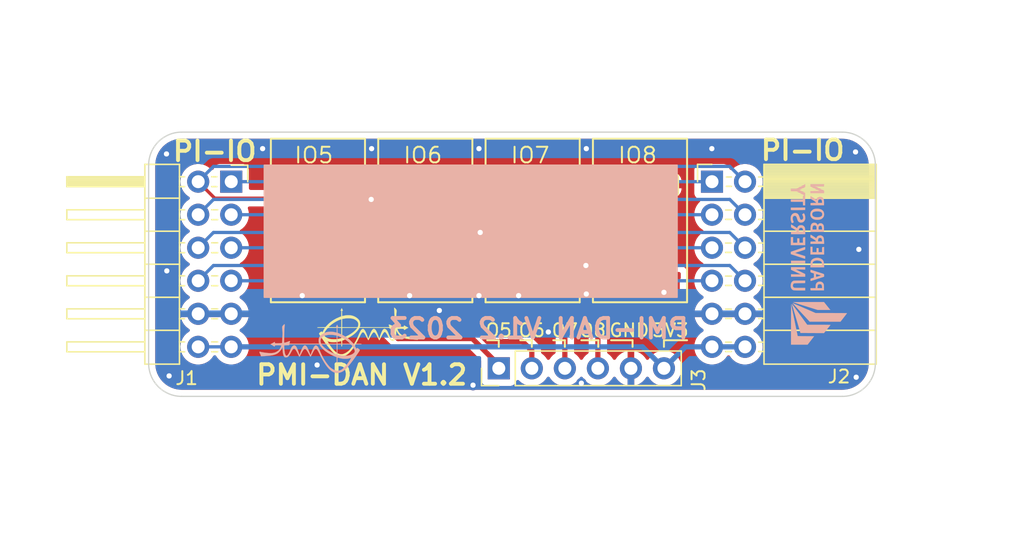
<source format=kicad_pcb>
(kicad_pcb (version 20211014) (generator pcbnew)
  (title_block (title "PMI-DAN") (date "2023-02-09") (rev "V1.2") (company "Paderborn University - Measurement Engineering Group"))
  (layers (0 "F.Cu" signal) (31 "B.Cu" signal) (34 "B.Paste" user) (35 "F.Paste" user) (36 "B.SilkS" user "B.Silkscreen") (37 "F.SilkS" user "F.Silkscreen") (38 "B.Mask" user) (39 "F.Mask" user) (44 "Edge.Cuts" user))
  (net 0 "")
  (net 1 "GND")
  (net 2 "Net-(D1-Pad2)")
  (net 3 "Net-(D2-Pad2)")
  (net 4 "Net-(D3-Pad2)")
  (net 5 "Net-(D4-Pad2)")
  (net 6 "Net-(J1-Pad1)")
  (net 7 "/IO5")
  (net 8 "Net-(J1-Pad2)")
  (net 9 "/IO6")
  (net 10 "Net-(J1-Pad3)")
  (net 11 "/IO7")
  (net 12 "Net-(J1-Pad4)")
  (net 13 "/IO8")
  (net 14 "+3.3V")
  (net 15 "/O5")
  (net 16 "/O6")
  (net 17 "/O7")
  (net 18 "/O8")
  (net 19 "Net-(Q1-Pad1)")
  (net 20 "Net-(Q2-Pad1)")
  (net 21 "Net-(Q3-Pad1)")
  (net 22 "Net-(Q4-Pad1)")
  (footprint "LED_SMD:LED_0603_1608Metric" (layer "F.Cu") (at 105.283 117.094 180)
    (fp_text reference "D2" (at 0 -1.524) (layer "F.SilkS"))
    (fp_text value "LED green")
    (pad "1" smd roundrect (at -0.7875 0 180) (size 0.875 0.95) (layers "F.Cu" "F.Paste" "F.Mask") (net 1 "GND"))
    (pad "2" smd roundrect (at 0.7875 0 180) (size 0.875 0.95) (layers "F.Cu" "F.Paste" "F.Mask") (net 3 "Net-(D2-Pad2)"))
  )
  (footprint "Resistor_SMD:R_0603_1608Metric" (layer "F.Cu") (at 93.599 117.094)
    (fp_text reference "R1" (at 0 1.524) (layer "F.SilkS"))
    (fp_text value "560")
    (pad "1" smd roundrect (at -0.825 0) (size 0.8 0.95) (layers "F.Cu" "F.Paste" "F.Mask") (net 7 "/IO5"))
    (pad "2" smd roundrect (at 0.825 0) (size 0.8 0.95) (layers "F.Cu" "F.Paste" "F.Mask") (net 2 "Net-(D1-Pad2)"))
  )
  (footprint "Resistor_SMD:R_0603_1608Metric" (layer "F.Cu") (at 92.964 120.904 -90)
    (fp_text reference "R2" (at 0 -1.43 90) (layer "F.SilkS"))
    (fp_text value "100")
    (pad "1" smd roundrect (at -0.825 0 270) (size 0.8 0.95) (layers "F.Cu" "F.Paste" "F.Mask") (net 7 "/IO5"))
    (pad "2" smd roundrect (at 0.825 0 270) (size 0.8 0.95) (layers "F.Cu" "F.Paste" "F.Mask") (net 19 "Net-(Q1-Pad1)"))
  )
  (footprint "Resistor_SMD:R_0603_1608Metric" (layer "F.Cu") (at 92.964 124.333 -90)
    (fp_text reference "R3" (at 0 -1.43 90) (layer "F.SilkS"))
    (fp_text value "10k")
    (pad "1" smd roundrect (at -0.825 0 270) (size 0.8 0.95) (layers "F.Cu" "F.Paste" "F.Mask") (net 19 "Net-(Q1-Pad1)"))
    (pad "2" smd roundrect (at 0.825 0 270) (size 0.8 0.95) (layers "F.Cu" "F.Paste" "F.Mask") (net 1 "GND"))
  )
  (footprint "Package_TO_SOT_SMD:SOT-23" (layer "F.Cu") (at 121.793 124.079)
    (fp_text reference "Q4" (at 0 -2.4) (layer "F.SilkS"))
    (fp_text value "IRLML6244")
    (pad "1" smd roundrect (at -0.9375 -0.95) (size 1.475 0.6) (layers "F.Cu" "F.Paste" "F.Mask") (net 22 "Net-(Q4-Pad1)"))
    (pad "2" smd roundrect (at -0.9375 0.95) (size 1.475 0.6) (layers "F.Cu" "F.Paste" "F.Mask") (net 1 "GND"))
    (pad "3" smd roundrect (at 0.9375 0) (size 1.475 0.6) (layers "F.Cu" "F.Paste" "F.Mask") (net 18 "/O8"))
  )
  (footprint "Package_TO_SOT_SMD:SOT-23" (layer "F.Cu") (at 113.538 124.079)
    (fp_text reference "Q3" (at 0 -2.4) (layer "F.SilkS"))
    (fp_text value "IRLML6244")
    (pad "1" smd roundrect (at -0.9375 -0.95) (size 1.475 0.6) (layers "F.Cu" "F.Paste" "F.Mask") (net 21 "Net-(Q3-Pad1)"))
    (pad "2" smd roundrect (at -0.9375 0.95) (size 1.475 0.6) (layers "F.Cu" "F.Paste" "F.Mask") (net 1 "GND"))
    (pad "3" smd roundrect (at 0.9375 0) (size 1.475 0.6) (layers "F.Cu" "F.Paste" "F.Mask") (net 17 "/O7"))
  )
  (footprint "Symbol-emt:EMT-Logo_8.2x4.1mm_Silkscreen" (layer "F.Cu") (at 99.441 128.397)
    (fp_text reference "H3" hide)
    (fp_text value "Silkscreen_Label" hide)
  )
  (footprint "Resistor_SMD:R_0603_1608Metric" (layer "F.Cu") (at 101.981 117.094)
    (fp_text reference "R4" (at 0 1.524) (layer "F.SilkS"))
    (fp_text value "220")
    (pad "1" smd roundrect (at -0.825 0) (size 0.8 0.95) (layers "F.Cu" "F.Paste" "F.Mask") (net 9 "/IO6"))
    (pad "2" smd roundrect (at 0.825 0) (size 0.8 0.95) (layers "F.Cu" "F.Paste" "F.Mask") (net 3 "Net-(D2-Pad2)"))
  )
  (footprint "Connector_PinHeader_2.54mm:PinHeader_1x06_P2.54mm_Vertical" (layer "F.Cu") (at 109.474 131.191 90)
    (fp_text reference "J3" (at -0.889 15.367 90) (layer "F.SilkS"))
    (fp_text value "Conn_01x06")
    (pad "1" thru_hole rect (at 0 0 90) (size 1.7 1.7) (drill 1) (layers *.Cu *.Mask) (net 15 "/O5"))
    (pad "2" thru_hole oval (at 0 2.54 90) (size 1.7 1.7) (drill 1) (layers *.Cu *.Mask) (net 16 "/O6"))
    (pad "3" thru_hole oval (at 0 5.08 90) (size 1.7 1.7) (drill 1) (layers *.Cu *.Mask) (net 17 "/O7"))
    (pad "4" thru_hole oval (at 0 7.62 90) (size 1.7 1.7) (drill 1) (layers *.Cu *.Mask) (net 18 "/O8"))
    (pad "5" thru_hole oval (at 0 10.16 90) (size 1.7 1.7) (drill 1) (layers *.Cu *.Mask) (net 1 "GND"))
    (pad "6" thru_hole oval (at 0 12.7 90) (size 1.7 1.7) (drill 1) (layers *.Cu *.Mask) (net 14 "+3.3V"))
  )
  (footprint "LED_SMD:LED_0603_1608Metric" (layer "F.Cu") (at 121.793 117.094 180)
    (fp_text reference "D4" (at 0 -1.524) (layer "F.SilkS"))
    (fp_text value "LED red")
    (pad "1" smd roundrect (at -0.7875 0 180) (size 0.875 0.95) (layers "F.Cu" "F.Paste" "F.Mask") (net 1 "GND"))
    (pad "2" smd roundrect (at 0.7875 0 180) (size 0.875 0.95) (layers "F.Cu" "F.Paste" "F.Mask") (net 5 "Net-(D4-Pad2)"))
  )
  (footprint "LED_SMD:LED_0603_1608Metric" (layer "F.Cu") (at 113.538 117.094 180)
    (fp_text reference "D3" (at 0 -1.524) (layer "F.SilkS"))
    (fp_text value "LED yellow")
    (pad "1" smd roundrect (at -0.7875 0 180) (size 0.875 0.95) (layers "F.Cu" "F.Paste" "F.Mask") (net 1 "GND"))
    (pad "2" smd roundrect (at 0.7875 0 180) (size 0.875 0.95) (layers "F.Cu" "F.Paste" "F.Mask") (net 4 "Net-(D3-Pad2)"))
  )
  (footprint "Resistor_SMD:R_0603_1608Metric" (layer "F.Cu") (at 110.236 117.094)
    (fp_text reference "R7" (at 0 1.524) (layer "F.SilkS"))
    (fp_text value "390")
    (pad "1" smd roundrect (at -0.825 0) (size 0.8 0.95) (layers "F.Cu" "F.Paste" "F.Mask") (net 11 "/IO7"))
    (pad "2" smd roundrect (at 0.825 0) (size 0.8 0.95) (layers "F.Cu" "F.Paste" "F.Mask") (net 4 "Net-(D3-Pad2)"))
  )
  (footprint "Pmod_Interface-emt:Pmod_Interface_Male12" (layer "F.Cu") (at 88.9 116.84)
    (fp_text reference "J1" (at -3.429 15.113) (layer "F.SilkS"))
    (fp_text value "Pmod-Interface-GPIO12")
    (pad "1" thru_hole rect (at 0 0) (size 1.7 1.7) (drill 1) (layers *.Cu *.Mask) (net 6 "Net-(J1-Pad1)"))
    (pad "2" thru_hole oval (at 0 2.54) (size 1.7 1.7) (drill 1) (layers *.Cu *.Mask) (net 8 "Net-(J1-Pad2)"))
    (pad "3" thru_hole oval (at 0 5.08) (size 1.7 1.7) (drill 1) (layers *.Cu *.Mask) (net 10 "Net-(J1-Pad3)"))
    (pad "4" thru_hole oval (at 0 7.62) (size 1.7 1.7) (drill 1) (layers *.Cu *.Mask) (net 12 "Net-(J1-Pad4)"))
    (pad "5" thru_hole oval (at 0 10.16) (size 1.7 1.7) (drill 1) (layers *.Cu *.Mask) (net 1 "GND"))
    (pad "6" thru_hole oval (at 0 12.7) (size 1.7 1.7) (drill 1) (layers *.Cu *.Mask) (net 14 "+3.3V"))
    (pad "7" thru_hole circle (at -2.54 0) (size 1.7 1.7) (drill 1) (layers *.Cu *.Mask) (net 7 "/IO5"))
    (pad "8" thru_hole oval (at -2.54 2.54) (size 1.7 1.7) (drill 1) (layers *.Cu *.Mask) (net 9 "/IO6"))
    (pad "9" thru_hole oval (at -2.54 5.08) (size 1.7 1.7) (drill 1) (layers *.Cu *.Mask) (net 11 "/IO7"))
    (pad "10" thru_hole oval (at -2.54 7.62) (size 1.7 1.7) (drill 1) (layers *.Cu *.Mask) (net 13 "/IO8"))
    (pad "11" thru_hole oval (at -2.54 10.16) (size 1.7 1.7) (drill 1) (layers *.Cu *.Mask) (net 1 "GND"))
    (pad "12" thru_hole oval (at -2.54 12.7) (size 1.7 1.7) (drill 1) (layers *.Cu *.Mask) (net 14 "+3.3V"))
  )
  (footprint "Resistor_SMD:R_0603_1608Metric" (layer "F.Cu") (at 101.219 124.333 -90)
    (fp_text reference "R6" (at 0 -1.43 90) (layer "F.SilkS"))
    (fp_text value "10k")
    (pad "1" smd roundrect (at -0.825 0 270) (size 0.8 0.95) (layers "F.Cu" "F.Paste" "F.Mask") (net 20 "Net-(Q2-Pad1)"))
    (pad "2" smd roundrect (at 0.825 0 270) (size 0.8 0.95) (layers "F.Cu" "F.Paste" "F.Mask") (net 1 "GND"))
  )
  (footprint "Package_TO_SOT_SMD:SOT-23" (layer "F.Cu") (at 105.283 124.079)
    (fp_text reference "Q2" (at 0 -2.4) (layer "F.SilkS"))
    (fp_text value "IRLML6244")
    (pad "1" smd roundrect (at -0.9375 -0.95) (size 1.475 0.6) (layers "F.Cu" "F.Paste" "F.Mask") (net 20 "Net-(Q2-Pad1)"))
    (pad "2" smd roundrect (at -0.9375 0.95) (size 1.475 0.6) (layers "F.Cu" "F.Paste" "F.Mask") (net 1 "GND"))
    (pad "3" smd roundrect (at 0.9375 0) (size 1.475 0.6) (layers "F.Cu" "F.Paste" "F.Mask") (net 16 "/O6"))
  )
  (footprint "Resistor_SMD:R_0603_1608Metric" (layer "F.Cu") (at 117.729 124.333 -90)
    (fp_text reference "R12" (at 0 -1.43 90) (layer "F.SilkS"))
    (fp_text value "10k")
    (pad "1" smd roundrect (at -0.825 0 270) (size 0.8 0.95) (layers "F.Cu" "F.Paste" "F.Mask") (net 22 "Net-(Q4-Pad1)"))
    (pad "2" smd roundrect (at 0.825 0 270) (size 0.8 0.95) (layers "F.Cu" "F.Paste" "F.Mask") (net 1 "GND"))
  )
  (footprint "Resistor_SMD:R_0603_1608Metric" (layer "F.Cu") (at 109.474 120.904 -90)
    (fp_text reference "R8" (at 0 -1.43 90) (layer "F.SilkS"))
    (fp_text value "100")
    (pad "1" smd roundrect (at -0.825 0 270) (size 0.8 0.95) (layers "F.Cu" "F.Paste" "F.Mask") (net 11 "/IO7"))
    (pad "2" smd roundrect (at 0.825 0 270) (size 0.8 0.95) (layers "F.Cu" "F.Paste" "F.Mask") (net 21 "Net-(Q3-Pad1)"))
  )
  (footprint "Pmod_Interface-emt:Pmod_Interface_Female12" (layer "F.Cu") (at 125.868 116.84)
    (fp_text reference "J2" (at 9.768 14.986) (layer "F.SilkS"))
    (fp_text value "Pmod-Interface-GPIO12")
    (pad "1" thru_hole rect (at 0 0) (size 1.7 1.7) (drill 1) (layers *.Cu *.Mask) (net 6 "Net-(J1-Pad1)"))
    (pad "2" thru_hole oval (at 0 2.54) (size 1.7 1.7) (drill 1) (layers *.Cu *.Mask) (net 8 "Net-(J1-Pad2)"))
    (pad "3" thru_hole oval (at 0 5.08) (size 1.7 1.7) (drill 1) (layers *.Cu *.Mask) (net 10 "Net-(J1-Pad3)"))
    (pad "4" thru_hole oval (at 0 7.62) (size 1.7 1.7) (drill 1) (layers *.Cu *.Mask) (net 12 "Net-(J1-Pad4)"))
    (pad "5" thru_hole oval (at 0 10.16) (size 1.7 1.7) (drill 1) (layers *.Cu *.Mask) (net 1 "GND"))
    (pad "6" thru_hole oval (at 0 12.7) (size 1.7 1.7) (drill 1) (layers *.Cu *.Mask) (net 14 "+3.3V"))
    (pad "7" thru_hole oval (at 2.54 0) (size 1.7 1.7) (drill 1) (layers *.Cu *.Mask) (net 7 "/IO5"))
    (pad "8" thru_hole oval (at 2.54 2.54) (size 1.7 1.7) (drill 1) (layers *.Cu *.Mask) (net 9 "/IO6"))
    (pad "9" thru_hole oval (at 2.54 5.08) (size 1.7 1.7) (drill 1) (layers *.Cu *.Mask) (net 11 "/IO7"))
    (pad "10" thru_hole oval (at 2.54 7.62) (size 1.7 1.7) (drill 1) (layers *.Cu *.Mask) (net 13 "/IO8"))
    (pad "11" thru_hole oval (at 2.54 10.16) (size 1.7 1.7) (drill 1) (layers *.Cu *.Mask) (net 1 "GND"))
    (pad "12" thru_hole oval (at 2.54 12.7) (size 1.7 1.7) (drill 1) (layers *.Cu *.Mask) (net 14 "+3.3V"))
  )
  (footprint "Resistor_SMD:R_0603_1608Metric" (layer "F.Cu") (at 101.219 120.904 -90)
    (fp_text reference "R5" (at 0 -1.43 90) (layer "F.SilkS"))
    (fp_text value "100")
    (pad "1" smd roundrect (at -0.825 0 270) (size 0.8 0.95) (layers "F.Cu" "F.Paste" "F.Mask") (net 9 "/IO6"))
    (pad "2" smd roundrect (at 0.825 0 270) (size 0.8 0.95) (layers "F.Cu" "F.Paste" "F.Mask") (net 20 "Net-(Q2-Pad1)"))
  )
  (footprint "Package_TO_SOT_SMD:SOT-23" (layer "F.Cu") (at 97.028 124.079)
    (fp_text reference "Q1" (at 0 -2.4) (layer "F.SilkS"))
    (fp_text value "IRLML6244")
    (pad "1" smd roundrect (at -0.9375 -0.95) (size 1.475 0.6) (layers "F.Cu" "F.Paste" "F.Mask") (net 19 "Net-(Q1-Pad1)"))
    (pad "2" smd roundrect (at -0.9375 0.95) (size 1.475 0.6) (layers "F.Cu" "F.Paste" "F.Mask") (net 1 "GND"))
    (pad "3" smd roundrect (at 0.9375 0) (size 1.475 0.6) (layers "F.Cu" "F.Paste" "F.Mask") (net 15 "/O5"))
  )
  (footprint "Resistor_SMD:R_0603_1608Metric" (layer "F.Cu") (at 118.491 117.094)
    (fp_text reference "R10" (at 0 1.524) (layer "F.SilkS"))
    (fp_text value "560")
    (pad "1" smd roundrect (at -0.825 0) (size 0.8 0.95) (layers "F.Cu" "F.Paste" "F.Mask") (net 13 "/IO8"))
    (pad "2" smd roundrect (at 0.825 0) (size 0.8 0.95) (layers "F.Cu" "F.Paste" "F.Mask") (net 5 "Net-(D4-Pad2)"))
  )
  (footprint "Resistor_SMD:R_0603_1608Metric" (layer "F.Cu") (at 109.474 124.333 -90)
    (fp_text reference "R9" (at 0 -1.43 90) (layer "F.SilkS"))
    (fp_text value "10k")
    (pad "1" smd roundrect (at -0.825 0 270) (size 0.8 0.95) (layers "F.Cu" "F.Paste" "F.Mask") (net 21 "Net-(Q3-Pad1)"))
    (pad "2" smd roundrect (at 0.825 0 270) (size 0.8 0.95) (layers "F.Cu" "F.Paste" "F.Mask") (net 1 "GND"))
  )
  (footprint "Resistor_SMD:R_0603_1608Metric" (layer "F.Cu") (at 117.729 120.904 -90)
    (fp_text reference "R11" (at 0 -1.43 90) (layer "F.SilkS"))
    (fp_text value "100")
    (pad "1" smd roundrect (at -0.825 0 270) (size 0.8 0.95) (layers "F.Cu" "F.Paste" "F.Mask") (net 13 "/IO8"))
    (pad "2" smd roundrect (at 0.825 0 270) (size 0.8 0.95) (layers "F.Cu" "F.Paste" "F.Mask") (net 22 "Net-(Q4-Pad1)"))
  )
  (footprint "LED_SMD:LED_0603_1608Metric" (layer "F.Cu") (at 96.901 117.094 180)
    (fp_text reference "D1" (at 0 -1.524) (layer "F.SilkS"))
    (fp_text value "LED blue")
    (pad "1" smd roundrect (at -0.7875 0 180) (size 0.875 0.95) (layers "F.Cu" "F.Paste" "F.Mask") (net 1 "GND"))
    (pad "2" smd roundrect (at 0.7875 0 180) (size 0.875 0.95) (layers "F.Cu" "F.Paste" "F.Mask") (net 2 "Net-(D1-Pad2)"))
  )
  (footprint "Symbol-emt:EMT-Logo_8.2x4.1mm_Silkscreen" (layer "B.Cu") (at 94.996 129.667 180)
    (fp_text reference "H2" hide)
    (fp_text value "Silkscreen_Label" hide)
  )
  (footprint "Symbol-emt:UPB-Logo_En_12.3X4.3mm" (layer "B.Cu") (at 133.231 121.782 90)
    (fp_text reference "H1" hide)
    (fp_text value "Silkscreen_Label" hide)
  )
  (gr_rect (start 91.44 125.73) (end 123.19 115.57) (layer "B.SilkS") (width 0.1) (fill solid))
  (gr_line (start 112.014 129.032) (end 111.125 129.032) (layer "F.SilkS") (width 0.15))
  (gr_line (start 112.014 129.54) (end 112.014 129.032) (layer "F.SilkS") (width 0.15))
  (gr_line (start 116.713 126.111) (end 116.713 113.538) (layer "F.SilkS") (width 0.15))
  (gr_line (start 108.458 126.111) (end 108.458 113.538) (layer "F.SilkS") (width 0.15))
  (gr_line (start 119.761 129.54) (end 119.761 129.032) (layer "F.SilkS") (width 0.15))
  (gr_line (start 114.554 129.54) (end 114.554 129.032) (layer "F.SilkS") (width 0.15))
  (gr_line (start 122.174 129.032) (end 123.952 129.032) (layer "F.SilkS") (width 0.15))
  (gr_line (start 107.442 126.111) (end 107.442 113.538) (layer "F.SilkS") (width 0.15))
  (gr_line (start 117.124 129.032) (end 115.824 129.032) (layer "F.SilkS") (width 0.15))
  (gr_line (start 114.554 129.032) (end 113.665 129.032) (layer "F.SilkS") (width 0.15))
  (gr_line (start 116.713 126.111) (end 123.952 126.111) (layer "F.SilkS") (width 0.15))
  (gr_line (start 100.203 126.111) (end 107.442 126.111) (layer "F.SilkS") (width 0.15))
  (gr_line (start 108.458 126.111) (end 115.697 126.111) (layer "F.SilkS") (width 0.15))
  (gr_line (start 99.187 113.538) (end 99.187 126.111) (layer "F.SilkS") (width 0.15))
  (gr_line (start 123.952 126.111) (end 123.952 113.538) (layer "F.SilkS") (width 0.15))
  (gr_line (start 117.124 129.54) (end 117.124 129.032) (layer "F.SilkS") (width 0.15))
  (gr_line (start 109.474 129.54) (end 109.474 129.032) (layer "F.SilkS") (width 0.15))
  (gr_line (start 100.203 113.538) (end 107.442 113.538) (layer "F.SilkS") (width 0.15))
  (gr_line (start 100.203 126.111) (end 100.203 113.538) (layer "F.SilkS") (width 0.15))
  (gr_line (start 122.174 129.54) (end 122.174 129.032) (layer "F.SilkS") (width 0.15))
  (gr_line (start 115.697 126.111) (end 115.697 113.538) (layer "F.SilkS") (width 0.15))
  (gr_line (start 99.187 126.111) (end 91.948 126.111) (layer "F.SilkS") (width 0.15))
  (gr_line (start 108.458 113.538) (end 115.697 113.538) (layer "F.SilkS") (width 0.15))
  (gr_line (start 119.761 129.032) (end 118.11 129.032) (layer "F.SilkS") (width 0.15))
  (gr_line (start 116.713 113.538) (end 123.952 113.538) (layer "F.SilkS") (width 0.15))
  (gr_line (start 91.948 113.538) (end 99.187 113.538) (layer "F.SilkS") (width 0.15))
  (gr_line (start 91.948 126.111) (end 91.948 113.538) (layer "F.SilkS") (width 0.15))
  (gr_line (start 109.474 129.032) (end 108.585 129.032) (layer "F.SilkS") (width 0.15))
  (gr_arc (start 82.55 115.57) (mid 83.293949 113.773949) (end 85.09 113.03) (layer "Edge.Cuts") (width 0.1))
  (gr_line (start 82.55 130.81) (end 82.55 115.57) (layer "Edge.Cuts") (width 0.1))
  (gr_line (start 138.43 115.57) (end 138.43 130.81) (layer "Edge.Cuts") (width 0.1))
  (gr_line (start 135.89 133.35) (end 85.09 133.35) (layer "Edge.Cuts") (width 0.1))
  (gr_line (start 85.09 113.03) (end 135.89 113.03) (layer "Edge.Cuts") (width 0.1))
  (gr_arc (start 138.43 130.81) (mid 137.686051 132.606051) (end 135.89 133.35) (layer "Edge.Cuts") (width 0.1))
  (gr_arc (start 135.89 113.03) (mid 137.686051 113.773949) (end 138.43 115.57) (layer "Edge.Cuts") (width 0.1))
  (gr_arc (start 85.09 133.35) (mid 83.293949 132.606051) (end 82.55 130.81) (layer "Edge.Cuts") (width 0.1))
  (gr_text "PMI-DAN V1.2 2023" (at 112.522 128.143) (layer "B.SilkS") (effects (font (size 1.5 1.5) (thickness 0.3)) (justify mirror)))
  (gr_text "IO5" (at 95.25 114.808) (layer "F.SilkS") (effects (font (size 1.2 1.2))))
  (gr_text "PMI-DAN V1.2" (at 98.933 131.699) (layer "F.SilkS") (effects (font (size 1.5 1.5) (thickness 0.3))))
  (gr_text "3V3" (at 122.682 128.27) (layer "F.SilkS") (effects (font (size 1 1))))
  (gr_text "O8" (at 116.713 128.27) (layer "F.SilkS") (effects (font (size 1 1))))
  (gr_text "O6" (at 112.014 128.27) (layer "F.SilkS") (effects (font (size 1 1))))
  (gr_text "O5" (at 109.474 128.27) (layer "F.SilkS") (effects (font (size 1 1))))
  (gr_text "IO7" (at 111.887 114.808) (layer "F.SilkS") (effects (font (size 1.2 1.2))))
  (gr_text "IO6" (at 103.632 114.808) (layer "F.SilkS") (effects (font (size 1.2 1.2))))
  (gr_text "PI-IO" (at 132.842 114.427) (layer "F.SilkS") (effects (font (size 1.5 1.5) (thickness 0.3))))
  (gr_text "PI-IO" (at 87.63 114.5032) (layer "F.SilkS") (effects (font (size 1.5 1.5) (thickness 0.3))))
  (gr_text "GND" (at 119.507 128.27) (layer "F.SilkS") (effects (font (size 1 1))))
  (gr_text "IO8" (at 120.142 114.808) (layer "F.SilkS") (effects (font (size 1.2 1.2))))
  (gr_text "O7" (at 114.554 128.27) (layer "F.SilkS") (effects (font (size 1 1))))
  (via (at 136.9568 131.8768) (size 0.8) (drill 0.4) (layers "F.Cu" "B.Cu") (net 1))
  (via (at 91.313 114.3) (size 0.8) (drill 0.4) (layers "F.Cu" "B.Cu") (net 1))
  (via (at 83.947 123.698) (size 0.8) (drill 0.4) (layers "F.Cu" "B.Cu") (net 1))
  (via (at 115.824 132.334) (size 0.8) (drill 0.4) (layers "F.Cu" "B.Cu") (net 1))
  (via (at 107.95 114.3) (size 0.8) (drill 0.4) (layers "F.Cu" "B.Cu") (net 1))
  (via (at 83.9216 114.7064) (size 0.8) (drill 0.4) (layers "F.Cu" "B.Cu") (net 1))
  (via (at 137.16 122.047) (size 0.8) (drill 0.4) (layers "F.Cu" "B.Cu") (net 1))
  (via (at 94.361 125.603) (size 0.8) (drill 0.4) (layers "F.Cu" "B.Cu") (net 1))
  (via (at 136.906 114.554) (size 0.8) (drill 0.4) (layers "F.Cu" "B.Cu") (net 1))
  (via (at 95.504 130.937) (size 0.8) (drill 0.4) (layers "F.Cu" "B.Cu") (net 1))
  (via (at 116.205 125.476) (size 0.8) (drill 0.4) (layers "F.Cu" "B.Cu") (net 1))
  (via (at 107.95 125.603) (size 0.8) (drill 0.4) (layers "F.Cu" "B.Cu") (net 1))
  (via (at 122.174 125.349) (size 0.8) (drill 0.4) (layers "F.Cu" "B.Cu") (net 1))
  (via (at 84.1248 131.7752) (size 0.8) (drill 0.4) (layers "F.Cu" "B.Cu") (net 1))
  (via (at 99.695 114.3) (size 0.8) (drill 0.4) (layers "F.Cu" "B.Cu") (net 1))
  (via (at 107.4928 132.4864) (size 0.8) (drill 0.4) (layers "F.Cu" "B.Cu") (net 1))
  (via (at 102.616 125.603) (size 0.8) (drill 0.4) (layers "F.Cu" "B.Cu") (net 1))
  (via (at 125.857 114.3) (size 0.8) (drill 0.4) (layers "F.Cu" "B.Cu") (net 1))
  (via (at 116.205 114.3) (size 0.8) (drill 0.4) (layers "F.Cu" "B.Cu") (net 1))
  (via (at 104.902 126.746) (size 0.8) (drill 0.4) (layers "F.Cu" "B.Cu") (net 1))
  (via (at 110.998 125.603) (size 0.8) (drill 0.4) (layers "F.Cu" "B.Cu") (net 1))
  (via (at 113.284 128.397) (size 0.8) (drill 0.4) (layers "F.Cu" "B.Cu") (net 1))
  (segment (start 88.9 127) (end 86.36 127) (width 0.25) (layer "B.Cu") (net 1))
  (segment (start 128.408 127) (end 125.868 127) (width 0.25) (layer "B.Cu") (net 1))
  (segment (start 94.424 117.094) (end 96.1135 117.094) (width 0.25) (layer "F.Cu") (net 2))
  (segment (start 102.806 117.094) (end 104.4955 117.094) (width 0.25) (layer "F.Cu") (net 3))
  (segment (start 111.061 117.094) (end 112.7505 117.094) (width 0.25) (layer "F.Cu") (net 4))
  (segment (start 119.316 117.094) (end 121.0055 117.094) (width 0.25) (layer "F.Cu") (net 5))
  (segment (start 125.868 116.84) (end 88.9 116.84) (width 0.25) (layer "B.Cu") (net 6))
  (segment (start 86.36 116.84) (end 87.63 118.11) (width 0.25) (layer "F.Cu") (net 7))
  (segment (start 87.63 118.11) (end 91.758 118.11) (width 0.25) (layer "F.Cu") (net 7))
  (segment (start 92.964 120.079) (end 92.964 117.284) (width 0.25) (layer "F.Cu") (net 7))
  (segment (start 91.758 118.11) (end 92.774 117.094) (width 0.25) (layer "F.Cu") (net 7))
  (segment (start 92.964 117.284) (end 92.774 117.094) (width 0.25) (layer "F.Cu") (net 7))
  (segment (start 128.408 116.84) (end 127.233 115.665) (width 0.25) (layer "B.Cu") (net 7))
  (segment (start 87.535 115.665) (end 86.36 116.84) (width 0.25) (layer "B.Cu") (net 7))
  (segment (start 127.233 115.665) (end 87.535 115.665) (width 0.25) (layer "B.Cu") (net 7))
  (segment (start 125.868 119.38) (end 88.9 119.38) (width 0.25) (layer "B.Cu") (net 8))
  (segment (start 100.045 118.205) (end 101.156 117.094) (width 0.25) (layer "F.Cu") (net 9))
  (segment (start 101.219 117.157) (end 101.156 117.094) (width 0.25) (layer "F.Cu") (net 9))
  (segment (start 99.663 118.205) (end 100.045 118.205) (width 0.25) (layer "F.Cu") (net 9))
  (segment (start 101.219 120.079) (end 101.219 117.157) (width 0.25) (layer "F.Cu") (net 9))
  (via (at 99.663 118.205) (size 0.8) (drill 0.4) (layers "F.Cu" "B.Cu") (net 9))
  (segment (start 127.233 118.205) (end 87.535 118.205) (width 0.25) (layer "B.Cu") (net 9))
  (segment (start 128.408 119.38) (end 127.233 118.205) (width 0.25) (layer "B.Cu") (net 9))
  (segment (start 87.535 118.205) (end 86.36 119.38) (width 0.25) (layer "B.Cu") (net 9))
  (segment (start 125.868 121.92) (end 88.9 121.92) (width 0.25) (layer "B.Cu") (net 10))
  (segment (start 109.474 120.079) (end 109.474 117.157) (width 0.25) (layer "F.Cu") (net 11))
  (segment (start 108.045 120.745) (end 108.808 120.745) (width 0.25) (layer "F.Cu") (net 11))
  (segment (start 108.808 120.745) (end 109.474 120.079) (width 0.25) (layer "F.Cu") (net 11))
  (segment (start 109.474 117.157) (end 109.411 117.094) (width 0.25) (layer "F.Cu") (net 11))
  (via (at 108.045 120.745) (size 0.8) (drill 0.4) (layers "F.Cu" "B.Cu") (net 11))
  (segment (start 128.408 121.92) (end 127.233 120.745) (width 0.25) (layer "B.Cu") (net 11))
  (segment (start 127.233 120.745) (end 87.535 120.745) (width 0.25) (layer "B.Cu") (net 11))
  (segment (start 87.535 120.745) (end 86.36 121.92) (width 0.25) (layer "B.Cu") (net 11))
  (segment (start 125.868 124.46) (end 88.9 124.46) (width 0.25) (layer "B.Cu") (net 12))
  (segment (start 116.173 123.285) (end 116.173 121.635) (width 0.25) (layer "F.Cu") (net 13))
  (segment (start 117.729 120.079) (end 117.729 117.157) (width 0.25) (layer "F.Cu") (net 13))
  (segment (start 116.173 121.635) (end 117.729 120.079) (width 0.25) (layer "F.Cu") (net 13))
  (segment (start 117.729 117.157) (end 117.666 117.094) (width 0.25) (layer "F.Cu") (net 13))
  (via (at 116.173 123.285) (size 0.8) (drill 0.4) (layers "F.Cu" "B.Cu") (net 13))
  (segment (start 87.535 123.285) (end 86.36 124.46) (width 0.25) (layer "B.Cu") (net 13))
  (segment (start 127.233 123.285) (end 87.535 123.285) (width 0.25) (layer "B.Cu") (net 13))
  (segment (start 128.408 124.46) (end 127.233 123.285) (width 0.25) (layer "B.Cu") (net 13))
  (segment (start 122.174 131.191) (end 120.523 129.54) (width 0.4) (layer "B.Cu") (net 14))
  (segment (start 123.825 129.54) (end 125.868 129.54) (width 0.4) (layer "B.Cu") (net 14))
  (segment (start 88.9 129.54) (end 86.36 129.54) (width 0.25) (layer "B.Cu") (net 14))
  (segment (start 120.523 129.54) (end 88.9 129.54) (width 0.4) (layer "B.Cu") (net 14))
  (segment (start 128.408 129.54) (end 125.868 129.54) (width 0.4) (layer "B.Cu") (net 14))
  (segment (start 122.174 131.191) (end 123.825 129.54) (width 0.4) (layer "B.Cu") (net 14))
  (segment (start 97.9655 125.1435) (end 101.727 128.905) (width 0.4) (layer "F.Cu") (net 15))
  (segment (start 97.9655 124.079) (end 97.9655 125.1435) (width 0.4) (layer "F.Cu") (net 15))
  (segment (start 107.442 128.905) (end 109.474 130.937) (width 0.4) (layer "F.Cu") (net 15))
  (segment (start 109.474 130.937) (end 109.474 131.191) (width 0.4) (layer "F.Cu") (net 15))
  (segment (start 101.727 128.905) (end 107.442 128.905) (width 0.4) (layer "F.Cu") (net 15))
  (segment (start 106.68 128.27) (end 107.7468 128.27) (width 0.4) (layer "F.Cu") (net 16))
  (segment (start 108.6104 129.1336) (end 111.3028 129.1336) (width 0.4) (layer "F.Cu") (net 16))
  (segment (start 112.014 129.8448) (end 112.014 131.191) (width 0.4) (layer "F.Cu") (net 16))
  (segment (start 107.7468 128.27) (end 108.6104 129.1336) (width 0.4) (layer "F.Cu") (net 16))
  (segment (start 106.2205 124.079) (end 106.172 124.1275) (width 0.4) (layer "F.Cu") (net 16))
  (segment (start 106.172 127.762) (end 106.68 128.27) (width 0.4) (layer "F.Cu") (net 16))
  (segment (start 111.3028 129.1336) (end 112.014 129.8448) (width 0.4) (layer "F.Cu") (net 16))
  (segment (start 106.172 124.1275) (end 106.172 127.762) (width 0.4) (layer "F.Cu") (net 16))
  (segment (start 114.554 124.1575) (end 114.554 131.191) (width 0.4) (layer "F.Cu") (net 17))
  (segment (start 114.4755 124.079) (end 114.554 124.1575) (width 0.4) (layer "F.Cu") (net 17))
  (segment (start 117.094 127.508) (end 117.094 131.191) (width 0.4) (layer "F.Cu") (net 18))
  (segment (start 122.7305 124.079) (end 123.19 124.079) (width 0.4) (layer "F.Cu") (net 18))
  (segment (start 123.19 125.984) (end 122.682 126.492) (width 0.4) (layer "F.Cu") (net 18))
  (segment (start 123.19 124.079) (end 123.19 125.984) (width 0.4) (layer "F.Cu") (net 18))
  (segment (start 118.11 126.492) (end 117.094 127.508) (width 0.4) (layer "F.Cu") (net 18))
  (segment (start 122.682 126.492) (end 118.11 126.492) (width 0.4) (layer "F.Cu") (net 18))
  (segment (start 92.964 123.508) (end 95.7115 123.508) (width 0.25) (layer "F.Cu") (net 19))
  (segment (start 92.964 121.729) (end 92.964 123.508) (width 0.25) (layer "F.Cu") (net 19))
  (segment (start 95.7115 123.508) (end 96.0905 123.129) (width 0.25) (layer "F.Cu") (net 19))
  (segment (start 101.219 121.729) (end 101.219 123.508) (width 0.25) (layer "F.Cu") (net 20))
  (segment (start 103.9665 123.508) (end 104.3455 123.129) (width 0.25) (layer "F.Cu") (net 20))
  (segment (start 101.219 123.508) (end 103.9665 123.508) (width 0.25) (layer "F.Cu") (net 20))
  (segment (start 109.474 121.729) (end 109.474 123.508) (width 0.25) (layer "F.Cu") (net 21))
  (segment (start 109.474 123.508) (end 112.2215 123.508) (width 0.25) (layer "F.Cu") (net 21))
  (segment (start 112.2215 123.508) (end 112.6005 123.129) (width 0.25) (layer "F.Cu") (net 21))
  (segment (start 120.4765 123.508) (end 120.8555 123.129) (width 0.25) (layer "F.Cu") (net 22))
  (segment (start 117.729 123.508) (end 120.4765 123.508) (width 0.25) (layer "F.Cu") (net 22))
  (segment (start 117.729 123.508) (end 117.729 121.729) (width 0.25) (layer "F.Cu") (net 22))
  (zone (net 1) (net_name "GND") (layers F&B.Cu) (connect_pads (clearance 0.508)) (min_thickness 0.254) (fill yes (thermal_gap 0.508) (thermal_bridge_width 0.508))
    (polygon (pts (xy 149.86 144.78) (xy 71.12 144.78) (xy 71.12 102.87) (xy 149.86 102.87)))
  )
)
</source>
